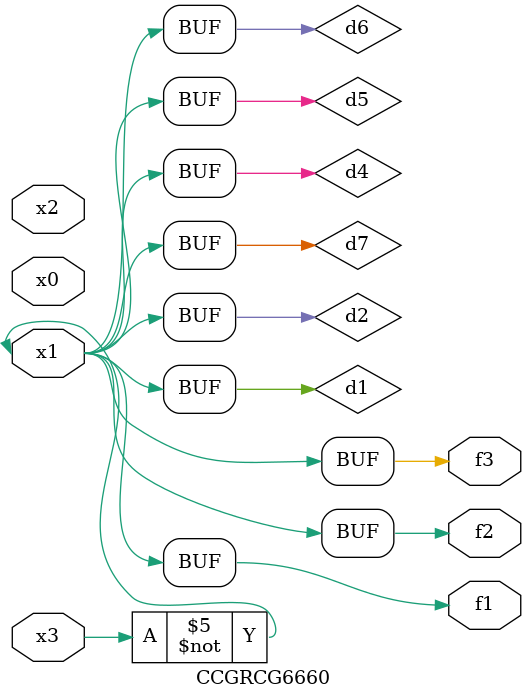
<source format=v>
module CCGRCG6660(
	input x0, x1, x2, x3,
	output f1, f2, f3
);

	wire d1, d2, d3, d4, d5, d6, d7;

	not (d1, x3);
	buf (d2, x1);
	xnor (d3, d1, d2);
	nor (d4, d1);
	buf (d5, d1, d2);
	buf (d6, d4, d5);
	nand (d7, d4);
	assign f1 = d6;
	assign f2 = d7;
	assign f3 = d6;
endmodule

</source>
